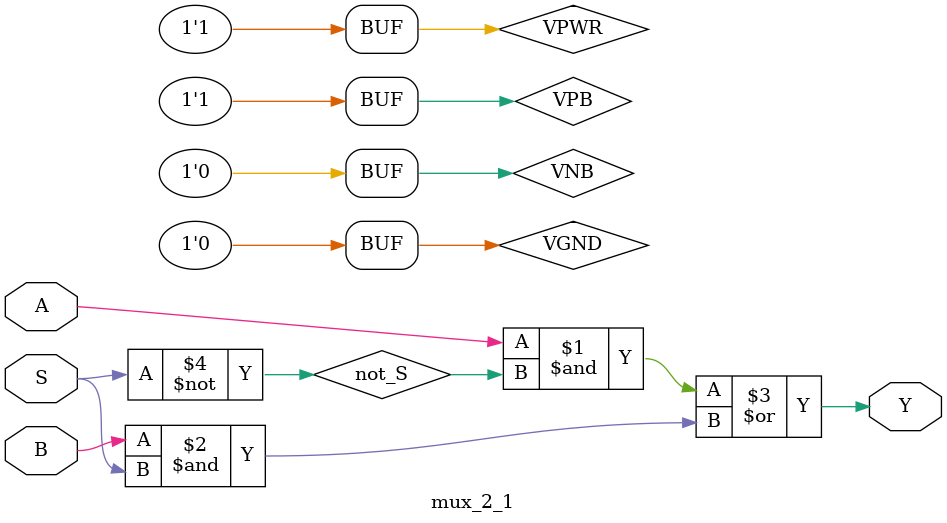
<source format=v>
module mux_2_1 (
    Y,
    A,
    B,
    S
);

    output Y;
    input  A;
    input  B;
    input  S;

    // Voltage supply signals
    supply1 VPWR;
    supply0 VGND;
    supply1 VPB ;
    supply0 VNB ;

    wire not_S;
    not not_gate (not_S, S);

    assign Y = (A & not_S) | (B & S);

endmodule
</source>
